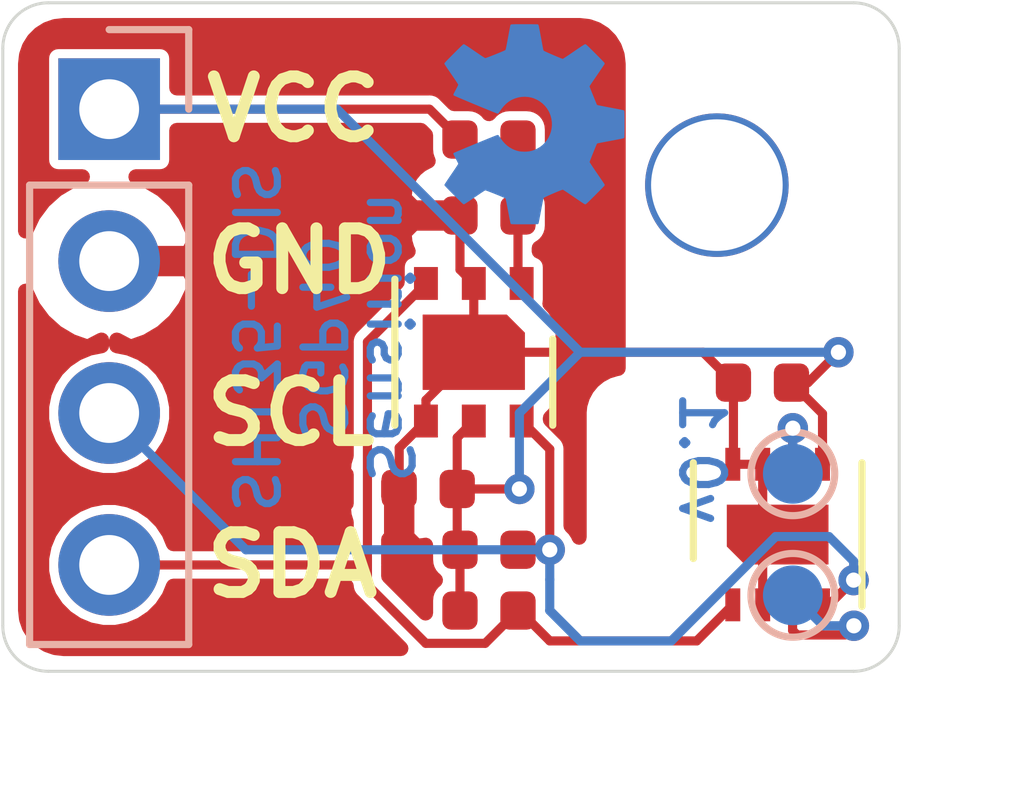
<source format=kicad_pcb>
(kicad_pcb (version 20171130) (host pcbnew 5.1.6)

  (general
    (thickness 1.6002)
    (drawings 14)
    (tracks 88)
    (zones 0)
    (modules 14)
    (nets 8)
  )

  (page A4)
  (title_block
    (title "SPG40 breakout")
    (date 2020-10-03)
    (rev 0.1)
    (comment 3 "License: BSD 2-Clause")
    (comment 4 "Author: Stefan Agner")
  )

  (layers
    (0 F.Cu signal)
    (31 B.Cu signal)
    (33 F.Adhes user)
    (35 F.Paste user)
    (36 B.SilkS user)
    (37 F.SilkS user)
    (38 B.Mask user)
    (39 F.Mask user)
    (40 Dwgs.User user)
    (41 Cmts.User user)
    (42 Eco1.User user)
    (43 Eco2.User user)
    (44 Edge.Cuts user)
    (45 Margin user)
    (46 B.CrtYd user)
    (47 F.CrtYd user)
    (49 F.Fab user)
  )

  (setup
    (last_trace_width 0.1524)
    (trace_clearance 0.1524)
    (zone_clearance 0.1524)
    (zone_45_only no)
    (trace_min 0.1524)
    (via_size 0.508)
    (via_drill 0.254)
    (via_min_size 0.508)
    (via_min_drill 0.254)
    (uvia_size 0.508)
    (uvia_drill 0.254)
    (uvias_allowed no)
    (uvia_min_size 0)
    (uvia_min_drill 0)
    (edge_width 0.05)
    (segment_width 0.2)
    (pcb_text_width 0.3)
    (pcb_text_size 1.5 1.5)
    (mod_edge_width 0.12)
    (mod_text_size 1 1)
    (mod_text_width 0.15)
    (pad_size 2.4 2.4)
    (pad_drill 2.2)
    (pad_to_mask_clearance 0.000051)
    (aux_axis_origin 0 0)
    (visible_elements FFFFEF7F)
    (pcbplotparams
      (layerselection 0x010fc_ffffffff)
      (usegerberextensions false)
      (usegerberattributes true)
      (usegerberadvancedattributes true)
      (creategerberjobfile true)
      (excludeedgelayer true)
      (linewidth 0.100000)
      (plotframeref false)
      (viasonmask false)
      (mode 1)
      (useauxorigin false)
      (hpglpennumber 1)
      (hpglpenspeed 20)
      (hpglpendiameter 15.000000)
      (psnegative false)
      (psa4output false)
      (plotreference true)
      (plotvalue true)
      (plotinvisibletext false)
      (padsonsilk false)
      (subtractmaskfromsilk false)
      (outputformat 1)
      (mirror false)
      (drillshape 1)
      (scaleselection 1)
      (outputdirectory ""))
  )

  (net 0 "")
  (net 1 GND)
  (net 2 "Net-(C1-Pad2)")
  (net 3 VCC)
  (net 4 SCL)
  (net 5 SDA)
  (net 6 "Net-(TP1-Pad1)")
  (net 7 "Net-(TP2-Pad1)")

  (net_class Default "This is the default net class."
    (clearance 0.1524)
    (trace_width 0.1524)
    (via_dia 0.508)
    (via_drill 0.254)
    (uvia_dia 0.508)
    (uvia_drill 0.254)
    (diff_pair_width 0.1524)
    (diff_pair_gap 0.1524)
    (add_net GND)
    (add_net "Net-(C1-Pad2)")
    (add_net "Net-(TP1-Pad1)")
    (add_net "Net-(TP2-Pad1)")
    (add_net SCL)
    (add_net SDA)
    (add_net VCC)
  )

  (module sgp40breakout:OSHW-Symbol_3.3x3mm_Copper (layer B.Cu) (tedit 0) (tstamp 5F7874C3)
    (at 132.842 76.454 90)
    (descr "Open Source Hardware Symbol")
    (tags "Logo Symbol OSHW")
    (attr virtual)
    (fp_text reference REF** (at 0 0 -90) (layer B.SilkS) hide
      (effects (font (size 1 1) (thickness 0.15)) (justify mirror))
    )
    (fp_text value OSHW-Symbol_3.3x3mm_Copper (at 0.75 0 -90) (layer B.Fab) hide
      (effects (font (size 1 1) (thickness 0.15)) (justify mirror))
    )
    (fp_poly (pts (xy 0.025852 1.499527) (xy 0.060681 1.499384) (xy 0.094199 1.499117) (xy 0.12563 1.498727)
      (xy 0.154193 1.49821) (xy 0.17911 1.497569) (xy 0.199602 1.496802) (xy 0.21489 1.495911)
      (xy 0.224196 1.494894) (xy 0.226648 1.494181) (xy 0.228282 1.491962) (xy 0.230212 1.48721)
      (xy 0.232539 1.479442) (xy 0.235366 1.468179) (xy 0.238796 1.452939) (xy 0.24293 1.433243)
      (xy 0.24787 1.408608) (xy 0.253718 1.378556) (xy 0.260576 1.342604) (xy 0.268547 1.300273)
      (xy 0.273859 1.271867) (xy 0.281171 1.232921) (xy 0.288195 1.19596) (xy 0.294805 1.161625)
      (xy 0.300873 1.130558) (xy 0.306271 1.103402) (xy 0.310871 1.080797) (xy 0.314546 1.063386)
      (xy 0.317168 1.051811) (xy 0.318611 1.046712) (xy 0.318636 1.046662) (xy 0.32374 1.03982)
      (xy 0.327471 1.037012) (xy 0.387317 1.012399) (xy 0.440529 0.990597) (xy 0.487158 0.971587)
      (xy 0.527253 0.955347) (xy 0.560864 0.941859) (xy 0.588043 0.931101) (xy 0.608839 0.923053)
      (xy 0.623302 0.917696) (xy 0.631483 0.91501) (xy 0.633259 0.914662) (xy 0.634915 0.914647)
      (xy 0.636575 0.914799) (xy 0.63868 0.915406) (xy 0.641672 0.916759) (xy 0.645992 0.919148)
      (xy 0.652081 0.922863) (xy 0.66038 0.928196) (xy 0.671332 0.935435) (xy 0.685376 0.944872)
      (xy 0.702954 0.956796) (xy 0.724508 0.971498) (xy 0.750479 0.989269) (xy 0.781308 1.010398)
      (xy 0.817437 1.035175) (xy 0.840254 1.050826) (xy 0.870851 1.071788) (xy 0.899826 1.091593)
      (xy 0.926593 1.109845) (xy 0.950567 1.126145) (xy 0.971161 1.140097) (xy 0.98779 1.151303)
      (xy 0.999869 1.159366) (xy 1.006811 1.16389) (xy 1.008091 1.164658) (xy 1.015869 1.167036)
      (xy 1.024185 1.164695) (xy 1.026239 1.163653) (xy 1.030583 1.160163) (xy 1.039549 1.151989)
      (xy 1.052649 1.139606) (xy 1.069396 1.123489) (xy 1.089301 1.10411) (xy 1.111878 1.081945)
      (xy 1.13664 1.057467) (xy 1.163099 1.03115) (xy 1.185974 1.008275) (xy 1.217861 0.976277)
      (xy 1.244963 0.948982) (xy 1.267657 0.925988) (xy 1.286318 0.906891) (xy 1.30132 0.891287)
      (xy 1.31304 0.878773) (xy 1.321851 0.868946) (xy 1.32813 0.861402) (xy 1.332252 0.855738)
      (xy 1.334591 0.851551) (xy 1.335524 0.848437) (xy 1.335587 0.847412) (xy 1.334507 0.84346)
      (xy 1.331167 0.836565) (xy 1.325335 0.826372) (xy 1.316782 0.812524) (xy 1.305277 0.794667)
      (xy 1.290589 0.772445) (xy 1.272488 0.745501) (xy 1.250744 0.71348) (xy 1.225125 0.676027)
      (xy 1.214156 0.66005) (xy 1.192108 0.627861) (xy 1.171272 0.597252) (xy 1.152019 0.568779)
      (xy 1.134718 0.542999) (xy 1.11974 0.520467) (xy 1.107456 0.501742) (xy 1.098236 0.487379)
      (xy 1.092449 0.477936) (xy 1.09049 0.474129) (xy 1.090554 0.470302) (xy 1.092137 0.463537)
      (xy 1.09543 0.453346) (xy 1.100621 0.439244) (xy 1.1079 0.420742) (xy 1.117456 0.397354)
      (xy 1.129479 0.368594) (xy 1.144158 0.333974) (xy 1.154012 0.310906) (xy 1.168241 0.277905)
      (xy 1.181651 0.247269) (xy 1.193946 0.219646) (xy 1.204828 0.195684) (xy 1.214001 0.176031)
      (xy 1.221168 0.161335) (xy 1.226032 0.152244) (xy 1.227881 0.149587) (xy 1.233172 0.146205)
      (xy 1.24219 0.142832) (xy 1.255843 0.139222) (xy 1.275037 0.135129) (xy 1.29577 0.131201)
      (xy 1.355637 0.120226) (xy 1.41094 0.110024) (xy 1.461408 0.100646) (xy 1.506772 0.092142)
      (xy 1.546762 0.084566) (xy 1.581107 0.077969) (xy 1.609539 0.072402) (xy 1.631787 0.067916)
      (xy 1.647582 0.064565) (xy 1.656653 0.062399) (xy 1.658716 0.061711) (xy 1.665262 0.055985)
      (xy 1.667378 0.052434) (xy 1.667781 0.047837) (xy 1.668161 0.036632) (xy 1.668511 0.019469)
      (xy 1.668825 -0.003) (xy 1.669096 -0.030125) (xy 1.669317 -0.061255) (xy 1.669483 -0.095739)
      (xy 1.669586 -0.132926) (xy 1.66962 -0.170629) (xy 1.669622 -0.216578) (xy 1.6696 -0.255812)
      (xy 1.669514 -0.288874) (xy 1.669323 -0.316306) (xy 1.668986 -0.338653) (xy 1.668462 -0.356458)
      (xy 1.667711 -0.370265) (xy 1.666692 -0.380616) (xy 1.665364 -0.388056) (xy 1.663686 -0.393128)
      (xy 1.661618 -0.396375) (xy 1.659118 -0.39834) (xy 1.656147 -0.399568) (xy 1.652662 -0.400601)
      (xy 1.652358 -0.400692) (xy 1.647692 -0.401691) (xy 1.636554 -0.403877) (xy 1.619608 -0.407123)
      (xy 1.597522 -0.411304) (xy 1.570962 -0.416296) (xy 1.540595 -0.421972) (xy 1.507086 -0.428207)
      (xy 1.471102 -0.434876) (xy 1.446399 -0.439441) (xy 1.402024 -0.447664) (xy 1.364282 -0.454741)
      (xy 1.332655 -0.460784) (xy 1.306629 -0.465901) (xy 1.285684 -0.470203) (xy 1.269304 -0.473799)
      (xy 1.256973 -0.4768) (xy 1.248174 -0.479315) (xy 1.242389 -0.481454) (xy 1.239102 -0.483328)
      (xy 1.238787 -0.483598) (xy 1.235707 -0.488544) (xy 1.230373 -0.499456) (xy 1.223114 -0.515517)
      (xy 1.214256 -0.535908) (xy 1.20413 -0.559813) (xy 1.193063 -0.586414) (xy 1.181384 -0.614892)
      (xy 1.169421 -0.64443) (xy 1.157503 -0.67421) (xy 1.145957 -0.703415) (xy 1.135114 -0.731226)
      (xy 1.1253 -0.756827) (xy 1.116844 -0.779398) (xy 1.110075 -0.798123) (xy 1.105321 -0.812184)
      (xy 1.10291 -0.820762) (xy 1.102676 -0.822511) (xy 1.103501 -0.826238) (xy 1.106155 -0.832251)
      (xy 1.110905 -0.840966) (xy 1.118018 -0.852799) (xy 1.127763 -0.868165) (xy 1.140405 -0.887479)
      (xy 1.156213 -0.911157) (xy 1.175453 -0.939615) (xy 1.198393 -0.973268) (xy 1.219185 -1.003622)
      (xy 1.247786 -1.045457) (xy 1.272219 -1.08152) (xy 1.292562 -1.111931) (xy 1.308892 -1.136806)
      (xy 1.321285 -1.156264) (xy 1.329818 -1.170424) (xy 1.334568 -1.179403) (xy 1.335696 -1.182898)
      (xy 1.334819 -1.185801) (xy 1.331965 -1.190387) (xy 1.326794 -1.197013) (xy 1.31897 -1.206038)
      (xy 1.308154 -1.21782) (xy 1.294009 -1.232718) (xy 1.276197 -1.25109) (xy 1.25438 -1.273295)
      (xy 1.22822 -1.29969) (xy 1.19738 -1.330633) (xy 1.180514 -1.347508) (xy 1.144517 -1.3834)
      (xy 1.113381 -1.414228) (xy 1.086933 -1.44016) (xy 1.064997 -1.461361) (xy 1.047401 -1.477996)
      (xy 1.03397 -1.490231) (xy 1.024529 -1.498232) (xy 1.018905 -1.502165) (xy 1.017457 -1.502658)
      (xy 1.015637 -1.502543) (xy 1.013435 -1.502011) (xy 1.010423 -1.500778) (xy 1.00617 -1.498561)
      (xy 1.000249 -1.495077) (xy 0.992229 -1.490044) (xy 0.981681 -1.483178) (xy 0.968177 -1.474197)
      (xy 0.951286 -1.462816) (xy 0.93058 -1.448755) (xy 0.905629 -1.431728) (xy 0.876004 -1.411455)
      (xy 0.841276 -1.38765) (xy 0.801016 -1.360033) (xy 0.798844 -1.358542) (xy 0.771484 -1.339883)
      (xy 0.74578 -1.322568) (xy 0.722388 -1.307024) (xy 0.70196 -1.293676) (xy 0.685151 -1.282947)
      (xy 0.672616 -1.275263) (xy 0.665007 -1.271049) (xy 0.663107 -1.270363) (xy 0.657945 -1.272015)
      (xy 0.647402 -1.276647) (xy 0.632479 -1.283776) (xy 0.614174 -1.292917) (xy 0.593485 -1.303586)
      (xy 0.581111 -1.310111) (xy 0.559585 -1.321515) (xy 0.539985 -1.331828) (xy 0.523292 -1.340538)
      (xy 0.510485 -1.347137) (xy 0.502545 -1.351114) (xy 0.500577 -1.352011) (xy 0.493787 -1.351439)
      (xy 0.487302 -1.347651) (xy 0.484931 -1.343479) (xy 0.480045 -1.333121) (xy 0.472866 -1.317111)
      (xy 0.463616 -1.295986) (xy 0.452518 -1.270282) (xy 0.439795 -1.240535) (xy 0.425669 -1.20728)
      (xy 0.410363 -1.171054) (xy 0.394098 -1.132392) (xy 0.377099 -1.091831) (xy 0.359586 -1.049906)
      (xy 0.341783 -1.007153) (xy 0.323912 -0.964109) (xy 0.306196 -0.921309) (xy 0.288857 -0.879289)
      (xy 0.272118 -0.838585) (xy 0.256201 -0.799734) (xy 0.241328 -0.76327) (xy 0.227723 -0.729731)
      (xy 0.215608 -0.699651) (xy 0.205205 -0.673567) (xy 0.196737 -0.652015) (xy 0.190426 -0.635531)
      (xy 0.186495 -0.624651) (xy 0.185165 -0.619929) (xy 0.185791 -0.613195) (xy 0.188378 -0.607681)
      (xy 0.194148 -0.602031) (xy 0.204322 -0.594892) (xy 0.212332 -0.589779) (xy 0.263966 -0.554544)
      (xy 0.308893 -0.517898) (xy 0.347607 -0.479326) (xy 0.380603 -0.438315) (xy 0.408378 -0.394354)
      (xy 0.417309 -0.377479) (xy 0.439229 -0.326154) (xy 0.454771 -0.272371) (xy 0.463874 -0.217045)
      (xy 0.466482 -0.161092) (xy 0.462535 -0.105426) (xy 0.451976 -0.050962) (xy 0.440485 -0.01367)
      (xy 0.417906 0.038805) (xy 0.389288 0.087904) (xy 0.35515 0.133051) (xy 0.31601 0.173674)
      (xy 0.272388 0.209198) (xy 0.224801 0.239049) (xy 0.201518 0.250813) (xy 0.148277 0.271953)
      (xy 0.094043 0.286249) (xy 0.039365 0.293887) (xy -0.015209 0.295051) (xy -0.069128 0.289926)
      (xy -0.121846 0.278696) (xy -0.172811 0.261547) (xy -0.221477 0.238661) (xy -0.267293 0.210226)
      (xy -0.309711 0.176424) (xy -0.348181 0.13744) (xy -0.382155 0.09346) (xy -0.411018 0.044798)
      (xy -0.43153 0.000289) (xy -0.446415 -0.043039) (xy -0.456139 -0.087152) (xy -0.461168 -0.134012)
      (xy -0.462144 -0.170591) (xy -0.460109 -0.219623) (xy -0.453864 -0.264464) (xy -0.44294 -0.307147)
      (xy -0.426868 -0.349702) (xy -0.414813 -0.375508) (xy -0.390255 -0.418998) (xy -0.361148 -0.459431)
      (xy -0.326905 -0.497415) (xy -0.28694 -0.533558) (xy -0.240669 -0.56847) (xy -0.208703 -0.589671)
      (xy -0.195559 -0.598285) (xy -0.187491 -0.604626) (xy -0.183281 -0.610041) (xy -0.181713 -0.615878)
      (xy -0.181536 -0.619759) (xy -0.182893 -0.624196) (xy -0.186833 -0.634793) (xy -0.193135 -0.651016)
      (xy -0.201578 -0.672328) (xy -0.21194 -0.698195) (xy -0.224002 -0.728081) (xy -0.237541 -0.76145)
      (xy -0.252336 -0.797768) (xy -0.268168 -0.836498) (xy -0.284814 -0.877106) (xy -0.302054 -0.919055)
      (xy -0.319666 -0.961812) (xy -0.33743 -1.00484) (xy -0.355124 -1.047603) (xy -0.372527 -1.089568)
      (xy -0.38942 -1.130197) (xy -0.405579 -1.168957) (xy -0.420785 -1.205311) (xy -0.434816 -1.238723)
      (xy -0.447452 -1.26866) (xy -0.458471 -1.294585) (xy -0.467652 -1.315963) (xy -0.474774 -1.332258)
      (xy -0.479617 -1.342936) (xy -0.481959 -1.34746) (xy -0.481985 -1.347492) (xy -0.487791 -1.352518)
      (xy -0.491202 -1.353844) (xy -0.495316 -1.352207) (xy -0.50491 -1.347607) (xy -0.519065 -1.340508)
      (xy -0.536863 -1.331376) (xy -0.557385 -1.320676) (xy -0.573632 -1.312103) (xy -0.595791 -1.300506)
      (xy -0.616133 -1.290147) (xy -0.633687 -1.281497) (xy -0.647486 -1.275027) (xy -0.656559 -1.271207)
      (xy -0.659601 -1.270363) (xy -0.663864 -1.272369) (xy -0.673532 -1.278142) (xy -0.688044 -1.287311)
      (xy -0.706838 -1.299509) (xy -0.729354 -1.314364) (xy -0.755031 -1.331508) (xy -0.783307 -1.350571)
      (xy -0.813621 -1.371185) (xy -0.836004 -1.38651) (xy -0.87154 -1.41081) (xy -0.904052 -1.432842)
      (xy -0.933135 -1.45234) (xy -0.958386 -1.469041) (xy -0.9794 -1.482679) (xy -0.995771 -1.49299)
      (xy -1.007097 -1.499709) (xy -1.012971 -1.502571) (xy -1.013463 -1.502658) (xy -1.016834 -1.501147)
      (xy -1.023124 -1.496451) (xy -1.032596 -1.48832) (xy -1.045511 -1.476508) (xy -1.062129 -1.460764)
      (xy -1.082712 -1.440843) (xy -1.107522 -1.416494) (xy -1.13682 -1.387471) (xy -1.170867 -1.353525)
      (xy -1.176917 -1.347476) (xy -1.209985 -1.314351) (xy -1.238222 -1.285946) (xy -1.261972 -1.261892)
      (xy -1.281582 -1.241822) (xy -1.297398 -1.225368) (xy -1.309766 -1.212162) (xy -1.319033 -1.201837)
      (xy -1.325544 -1.194025) (xy -1.329645 -1.188357) (xy -1.331683 -1.184467) (xy -1.332067 -1.182598)
      (xy -1.330452 -1.177914) (xy -1.325521 -1.168741) (xy -1.317147 -1.154881) (xy -1.305199 -1.136137)
      (xy -1.289551 -1.11231) (xy -1.270072 -1.083202) (xy -1.246635 -1.048615) (xy -1.219111 -1.008351)
      (xy -1.215556 -1.003171) (xy -1.189389 -0.964967) (xy -1.167144 -0.932292) (xy -1.148562 -0.904743)
      (xy -1.133381 -0.881915) (xy -1.121341 -0.863405) (xy -1.112183 -0.848808) (xy -1.105645 -0.83772)
      (xy -1.101469 -0.829738) (xy -1.099393 -0.824458) (xy -1.099046 -0.822329) (xy -1.100396 -0.816284)
      (xy -1.104225 -0.804414) (xy -1.110206 -0.787538) (xy -1.118008 -0.766474) (xy -1.127305 -0.74204)
      (xy -1.137767 -0.715053) (xy -1.149066 -0.686332) (xy -1.160873 -0.656694) (xy -1.172859 -0.626959)
      (xy -1.184696 -0.597943) (xy -1.196055 -0.570465) (xy -1.206608 -0.545342) (xy -1.216027 -0.523393)
      (xy -1.223981 -0.505436) (xy -1.230143 -0.492289) (xy -1.234185 -0.48477) (xy -1.235157 -0.483499)
      (xy -1.238011 -0.48167) (xy -1.243144 -0.479613) (xy -1.251074 -0.477217) (xy -1.26232 -0.474372)
      (xy -1.277398 -0.470968) (xy -1.296826 -0.466894) (xy -1.321122 -0.462039) (xy -1.350802 -0.456293)
      (xy -1.386385 -0.449545) (xy -1.428388 -0.441685) (xy -1.447397 -0.43815) (xy -1.494151 -0.429418)
      (xy -1.534152 -0.421835) (xy -1.567799 -0.415318) (xy -1.595493 -0.409781) (xy -1.617632 -0.405142)
      (xy -1.634618 -0.401316) (xy -1.646849 -0.398219) (xy -1.654727 -0.395766) (xy -1.65865 -0.393875)
      (xy -1.658821 -0.393731) (xy -1.660312 -0.392194) (xy -1.66158 -0.390122) (xy -1.662644 -0.386956)
      (xy -1.663521 -0.382136) (xy -1.66423 -0.375106) (xy -1.664789 -0.365306) (xy -1.665215 -0.352178)
      (xy -1.665526 -0.335164) (xy -1.665741 -0.313704) (xy -1.665877 -0.287242) (xy -1.665952 -0.255217)
      (xy -1.665984 -0.217073) (xy -1.66599 -0.17225) (xy -1.66599 -0.170326) (xy -1.665954 -0.131181)
      (xy -1.665848 -0.094113) (xy -1.66568 -0.059775) (xy -1.665457 -0.028817) (xy -1.665184 -0.00189)
      (xy -1.664868 0.020354) (xy -1.664516 0.037263) (xy -1.664135 0.048187) (xy -1.663749 0.052434)
      (xy -1.658744 0.059104) (xy -1.655245 0.061627) (xy -1.65061 0.062888) (xy -1.63949 0.065331)
      (xy -1.622538 0.068826) (xy -1.600407 0.073247) (xy -1.573753 0.078464) (xy -1.543229 0.08435)
      (xy -1.509488 0.090775) (xy -1.473186 0.097613) (xy -1.442432 0.103351) (xy -1.394011 0.112405)
      (xy -1.35243 0.12031) (xy -1.317371 0.127132) (xy -1.288518 0.132938) (xy -1.265553 0.137793)
      (xy -1.248159 0.141765) (xy -1.236018 0.144919) (xy -1.228815 0.147321) (xy -1.226808 0.148371)
      (xy -1.223139 0.153333) (xy -1.217136 0.164178) (xy -1.209154 0.180083) (xy -1.199548 0.200223)
      (xy -1.188673 0.223774) (xy -1.176884 0.249912) (xy -1.164538 0.277814) (xy -1.151988 0.306655)
      (xy -1.139591 0.335612) (xy -1.127701 0.363859) (xy -1.116674 0.390575) (xy -1.106865 0.414933)
      (xy -1.09863 0.436112) (xy -1.092323 0.453285) (xy -1.0883 0.46563) (xy -1.086915 0.472323)
      (xy -1.086952 0.472757) (xy -1.089283 0.477499) (xy -1.095384 0.487647) (xy -1.104886 0.502644)
      (xy -1.11742 0.521932) (xy -1.132618 0.544952) (xy -1.150112 0.571146) (xy -1.169535 0.599957)
      (xy -1.190516 0.630826) (xy -1.210275 0.659682) (xy -1.237478 0.699366) (xy -1.260717 0.73348)
      (xy -1.280225 0.762379) (xy -1.296229 0.78642) (xy -1.308963 0.805956) (xy -1.318654 0.821344)
      (xy -1.325535 0.832939) (xy -1.329835 0.841097) (xy -1.331784 0.846172) (xy -1.331958 0.847413)
      (xy -1.331479 0.8502) (xy -1.329747 0.853901) (xy -1.326387 0.858916) (xy -1.321027 0.865646)
      (xy -1.313294 0.874492) (xy -1.302816 0.885854) (xy -1.289218 0.900133) (xy -1.272129 0.91773)
      (xy -1.251175 0.939046) (xy -1.225984 0.96448) (xy -1.196183 0.994435) (xy -1.18053 1.010136)
      (xy -1.152941 1.037716) (xy -1.126699 1.063793) (xy -1.10228 1.087902) (xy -1.080162 1.109581)
      (xy -1.060819 1.128368) (xy -1.044728 1.143799) (xy -1.032366 1.155413) (xy -1.024208 1.162746)
      (xy -1.020859 1.165301) (xy -1.012242 1.167031) (xy -1.007211 1.166415) (xy -1.003303 1.164031)
      (xy -0.993948 1.157894) (xy -0.979682 1.148366) (xy -0.961038 1.135807) (xy -0.93855 1.120581)
      (xy -0.912753 1.103048) (xy -0.88418 1.08357) (xy -0.853366 1.062509) (xy -0.820845 1.040227)
      (xy -0.819757 1.03948) (xy -0.784266 1.015223) (xy -0.751329 0.99289) (xy -0.72139 0.972773)
      (xy -0.69489 0.955163) (xy -0.672273 0.94035) (xy -0.65398 0.928624) (xy -0.640455 0.920277)
      (xy -0.632139 0.915599) (xy -0.62969 0.914662) (xy -0.62508 0.915989) (xy -0.614602 0.919744)
      (xy -0.599101 0.925588) (xy -0.57942 0.933183) (xy -0.556405 0.94219) (xy -0.530897 0.95227)
      (xy -0.503743 0.963084) (xy -0.475785 0.974293) (xy -0.447867 0.985559) (xy -0.420834 0.996543)
      (xy -0.395529 1.006906) (xy -0.372797 1.016309) (xy -0.353481 1.024414) (xy -0.338425 1.030881)
      (xy -0.328474 1.035372) (xy -0.326242 1.036472) (xy -0.318293 1.042229) (xy -0.313911 1.047915)
      (xy -0.312768 1.052562) (xy -0.310425 1.063709) (xy -0.307004 1.080721) (xy -0.30263 1.102959)
      (xy -0.297425 1.129788) (xy -0.291514 1.160571) (xy -0.28502 1.194671) (xy -0.278065 1.231451)
      (xy -0.270775 1.270275) (xy -0.270488 1.271808) (xy -0.261806 1.318045) (xy -0.254302 1.357623)
      (xy -0.247871 1.391028) (xy -0.24241 1.418746) (xy -0.237815 1.441263) (xy -0.233983 1.459066)
      (xy -0.23081 1.472641) (xy -0.228191 1.482473) (xy -0.226025 1.489049) (xy -0.224207 1.492856)
      (xy -0.2231 1.494122) (xy -0.218015 1.49522) (xy -0.20645 1.496194) (xy -0.189185 1.497045)
      (xy -0.166999 1.497772) (xy -0.14067 1.498375) (xy -0.110978 1.498854) (xy -0.0787 1.499208)
      (xy -0.044617 1.499438) (xy -0.009506 1.499545) (xy 0.025852 1.499527)) (layer B.Cu) (width 0.01))
  )

  (module sgp40breakout:Sensirion_DFN-8-1EP_2.5x2.5mm_P0.5mm_EP1.1x1.7mm (layer F.Cu) (tedit 5F77B4A8) (tstamp 5F780E39)
    (at 136.906 83.312 90)
    (descr "Sensirion DFN-8 SHT3x-DIS (https://www.sensirion.com/fileadmin/user_upload/customers/sensirion/Dokumente/2_Humidity_Sensors/Datasheets/Sensirion_Humidity_Sensors_SHT3x_Datasheet_digital.pdf)")
    (tags "sensirion dfn nolead")
    (path /5F770C8C)
    (attr smd)
    (fp_text reference U2 (at 0 -2.25 90) (layer F.SilkS) hide
      (effects (font (size 1 1) (thickness 0.15)))
    )
    (fp_text value SHT35-DIS (at 0 2.5 90) (layer F.Fab)
      (effects (font (size 1 1) (thickness 0.15)))
    )
    (fp_line (start -0.4 -1.41) (end 1.2 -1.41) (layer F.SilkS) (width 0.12))
    (fp_line (start -1.2 1.41) (end 1.2 1.41) (layer F.SilkS) (width 0.12))
    (fp_line (start -1.7 1.5) (end 1.7 1.5) (layer F.CrtYd) (width 0.05))
    (fp_line (start -1.7 -1.5) (end 1.7 -1.5) (layer F.CrtYd) (width 0.05))
    (fp_line (start 1.7 -1.5) (end 1.7 1.5) (layer F.CrtYd) (width 0.05))
    (fp_line (start -1.7 -1.5) (end -1.7 1.5) (layer F.CrtYd) (width 0.05))
    (fp_line (start -1.25 -0.75) (end -0.75 -1.25) (layer F.Fab) (width 0.1))
    (fp_line (start -1.25 1.25) (end -1.25 -0.75) (layer F.Fab) (width 0.1))
    (fp_line (start 1.25 1.25) (end -1.25 1.25) (layer F.Fab) (width 0.1))
    (fp_line (start 1.25 -1.25) (end 1.25 1.25) (layer F.Fab) (width 0.1))
    (fp_line (start -0.75 -1.25) (end 1.25 -1.25) (layer F.Fab) (width 0.1))
    (fp_text user %R (at 0 0 90) (layer F.Fab)
      (effects (font (size 0.4 0.4) (thickness 0.06)))
    )
    (pad 1 smd rect (at -1.175 -0.75 90) (size 0.55 0.25) (layers F.Cu F.Paste F.Mask)
      (net 5 SDA))
    (pad 2 smd rect (at -1.175 -0.25 90) (size 0.55 0.25) (layers F.Cu F.Paste F.Mask)
      (net 1 GND))
    (pad 3 smd rect (at -1.175 0.25 90) (size 0.55 0.25) (layers F.Cu F.Paste F.Mask)
      (net 7 "Net-(TP2-Pad1)"))
    (pad 4 smd rect (at -1.175 0.75 270) (size 0.55 0.25) (layers F.Cu F.Paste F.Mask)
      (net 4 SCL))
    (pad 5 smd rect (at 1.175 0.75 90) (size 0.55 0.25) (layers F.Cu F.Paste F.Mask)
      (net 3 VCC))
    (pad 6 smd rect (at 1.175 0.25 90) (size 0.55 0.25) (layers F.Cu F.Paste F.Mask)
      (net 6 "Net-(TP1-Pad1)"))
    (pad 7 smd rect (at 1.175 -0.25 90) (size 0.55 0.25) (layers F.Cu F.Paste F.Mask)
      (net 1 GND))
    (pad 8 smd rect (at 1.175 -0.75 90) (size 0.55 0.25) (layers F.Cu F.Paste F.Mask)
      (net 1 GND))
    (pad 9 smd custom (at 0 0 90) (size 1 1) (layers F.Cu F.Mask)
      (net 1 GND) (zone_connect 0)
      (options (clearance outline) (anchor circle))
      (primitives
        (gr_poly (pts
           (xy 0.5 0.85) (xy -0.5 0.85) (xy -0.5 -0.55) (xy -0.2 -0.85) (xy 0.5 -0.85)
) (width 0))
      ))
    (pad "" smd custom (at 0 0 90) (size 0.9 0.9) (layers F.Paste)
      (zone_connect 0)
      (options (clearance outline) (anchor rect))
      (primitives
        (gr_poly (pts
           (xy 0.45 0.8) (xy -0.45 0.8) (xy -0.45 -0.53) (xy -0.18 -0.8) (xy 0.45 -0.8)
) (width 0))
      ))
    (model ${KISYS3DMOD}/Sensor_Humidity.3dshapes/Sensirion_DFN-8-1EP_2.5x2.5mm_P0.5mm_EP1.1x1.7mm.wrl
      (at (xyz 0 0 0))
      (scale (xyz 1 1 1))
      (rotate (xyz 0 0 0))
    )
  )

  (module sgp40breakout:DrillSlot_4mm (layer F.Cu) (tedit 5F779B58) (tstamp 5F788856)
    (at 134.366 82.804)
    (fp_text reference REF** (at 0 0.5) (layer F.SilkS) hide
      (effects (font (size 1 1) (thickness 0.15)))
    )
    (fp_text value DrillSlot_4mm (at 0 -0.5) (layer F.Fab) hide
      (effects (font (size 1 1) (thickness 0.15)))
    )
    (pad "" np_thru_hole oval (at 0 0 180) (size 1 4) (drill oval 1 4) (layers *.Cu *.Mask))
  )

  (module Connector_PinHeader_2.54mm:PinHeader_1x04_P2.54mm_Vertical (layer B.Cu) (tedit 59FED5CC) (tstamp 5F78240B)
    (at 125.73 76.2 180)
    (descr "Through hole straight pin header, 1x04, 2.54mm pitch, single row")
    (tags "Through hole pin header THT 1x04 2.54mm single row")
    (path /5F7622A1)
    (fp_text reference J1 (at 0 2.33) (layer B.SilkS) hide
      (effects (font (size 1 1) (thickness 0.15)) (justify mirror))
    )
    (fp_text value Conn_01x04_Male (at 0 -9.95) (layer B.Fab)
      (effects (font (size 1 1) (thickness 0.15)) (justify mirror))
    )
    (fp_line (start 1.8 1.8) (end -1.8 1.8) (layer B.CrtYd) (width 0.05))
    (fp_line (start 1.8 -9.4) (end 1.8 1.8) (layer B.CrtYd) (width 0.05))
    (fp_line (start -1.8 -9.4) (end 1.8 -9.4) (layer B.CrtYd) (width 0.05))
    (fp_line (start -1.8 1.8) (end -1.8 -9.4) (layer B.CrtYd) (width 0.05))
    (fp_line (start -1.33 1.33) (end 0 1.33) (layer B.SilkS) (width 0.12))
    (fp_line (start -1.33 0) (end -1.33 1.33) (layer B.SilkS) (width 0.12))
    (fp_line (start -1.33 -1.27) (end 1.33 -1.27) (layer B.SilkS) (width 0.12))
    (fp_line (start 1.33 -1.27) (end 1.33 -8.95) (layer B.SilkS) (width 0.12))
    (fp_line (start -1.33 -1.27) (end -1.33 -8.95) (layer B.SilkS) (width 0.12))
    (fp_line (start -1.33 -8.95) (end 1.33 -8.95) (layer B.SilkS) (width 0.12))
    (fp_line (start -1.27 0.635) (end -0.635 1.27) (layer B.Fab) (width 0.1))
    (fp_line (start -1.27 -8.89) (end -1.27 0.635) (layer B.Fab) (width 0.1))
    (fp_line (start 1.27 -8.89) (end -1.27 -8.89) (layer B.Fab) (width 0.1))
    (fp_line (start 1.27 1.27) (end 1.27 -8.89) (layer B.Fab) (width 0.1))
    (fp_line (start -0.635 1.27) (end 1.27 1.27) (layer B.Fab) (width 0.1))
    (fp_text user %R (at 0 -3.81 -90) (layer B.Fab)
      (effects (font (size 1 1) (thickness 0.15)) (justify mirror))
    )
    (pad 1 thru_hole rect (at 0 0 180) (size 1.7 1.7) (drill 1) (layers *.Cu *.Mask)
      (net 3 VCC))
    (pad 2 thru_hole oval (at 0 -2.54 180) (size 1.7 1.7) (drill 1) (layers *.Cu *.Mask)
      (net 1 GND))
    (pad 3 thru_hole oval (at 0 -5.08 180) (size 1.7 1.7) (drill 1) (layers *.Cu *.Mask)
      (net 4 SCL))
    (pad 4 thru_hole oval (at 0 -7.62 180) (size 1.7 1.7) (drill 1) (layers *.Cu *.Mask)
      (net 5 SDA))
    (model ${KISYS3DMOD}/Connector_PinHeader_2.54mm.3dshapes/PinHeader_1x04_P2.54mm_Vertical.wrl
      (at (xyz 0 0 0))
      (scale (xyz 1 1 1))
      (rotate (xyz 0 0 0))
    )
  )

  (module TestPoint:TestPoint_Pad_D1.0mm (layer B.Cu) (tedit 5A0F774F) (tstamp 5F784379)
    (at 137.16 84.328)
    (descr "SMD pad as test Point, diameter 1.0mm")
    (tags "test point SMD pad")
    (path /5F806569)
    (attr virtual)
    (fp_text reference TP2 (at 0 1.448) (layer B.SilkS) hide
      (effects (font (size 1 1) (thickness 0.15)) (justify mirror))
    )
    (fp_text value TestPoint (at 0 -1.55) (layer B.Fab)
      (effects (font (size 1 1) (thickness 0.15)) (justify mirror))
    )
    (fp_circle (center 0 0) (end 0 -0.7) (layer B.SilkS) (width 0.12))
    (fp_circle (center 0 0) (end 1 0) (layer B.CrtYd) (width 0.05))
    (fp_text user %R (at 0 1.45) (layer B.Fab)
      (effects (font (size 1 1) (thickness 0.15)) (justify mirror))
    )
    (pad 1 smd circle (at 0 0) (size 1 1) (layers B.Cu B.Mask)
      (net 7 "Net-(TP2-Pad1)"))
  )

  (module TestPoint:TestPoint_Pad_D1.0mm (layer B.Cu) (tedit 5A0F774F) (tstamp 5F784371)
    (at 137.16 82.296)
    (descr "SMD pad as test Point, diameter 1.0mm")
    (tags "test point SMD pad")
    (path /5F8089F8)
    (attr virtual)
    (fp_text reference TP1 (at 0 1.448) (layer B.SilkS) hide
      (effects (font (size 1 1) (thickness 0.15)) (justify mirror))
    )
    (fp_text value TestPoint (at 0 -1.55) (layer B.Fab)
      (effects (font (size 1 1) (thickness 0.15)) (justify mirror))
    )
    (fp_circle (center 0 0) (end 0 -0.7) (layer B.SilkS) (width 0.12))
    (fp_circle (center 0 0) (end 1 0) (layer B.CrtYd) (width 0.05))
    (fp_text user %R (at 0 1.45) (layer B.Fab)
      (effects (font (size 1 1) (thickness 0.15)) (justify mirror))
    )
    (pad 1 smd circle (at 0 0) (size 1 1) (layers B.Cu B.Mask)
      (net 6 "Net-(TP1-Pad1)"))
  )

  (module Resistor_SMD:R_0402_1005Metric (layer F.Cu) (tedit 5B301BBD) (tstamp 5F783E23)
    (at 132.08 84.582)
    (descr "Resistor SMD 0402 (1005 Metric), square (rectangular) end terminal, IPC_7351 nominal, (Body size source: http://www.tortai-tech.com/upload/download/2011102023233369053.pdf), generated with kicad-footprint-generator")
    (tags resistor)
    (path /5F7A27DC)
    (attr smd)
    (fp_text reference R3 (at 0 -1.17) (layer F.SilkS) hide
      (effects (font (size 1 1) (thickness 0.15)))
    )
    (fp_text value 4.7kΩ (at 0 1.17) (layer F.Fab)
      (effects (font (size 1 1) (thickness 0.15)))
    )
    (fp_line (start 0.93 0.47) (end -0.93 0.47) (layer F.CrtYd) (width 0.05))
    (fp_line (start 0.93 -0.47) (end 0.93 0.47) (layer F.CrtYd) (width 0.05))
    (fp_line (start -0.93 -0.47) (end 0.93 -0.47) (layer F.CrtYd) (width 0.05))
    (fp_line (start -0.93 0.47) (end -0.93 -0.47) (layer F.CrtYd) (width 0.05))
    (fp_line (start 0.5 0.25) (end -0.5 0.25) (layer F.Fab) (width 0.1))
    (fp_line (start 0.5 -0.25) (end 0.5 0.25) (layer F.Fab) (width 0.1))
    (fp_line (start -0.5 -0.25) (end 0.5 -0.25) (layer F.Fab) (width 0.1))
    (fp_line (start -0.5 0.25) (end -0.5 -0.25) (layer F.Fab) (width 0.1))
    (fp_text user %R (at 0 0) (layer F.Fab)
      (effects (font (size 0.25 0.25) (thickness 0.04)))
    )
    (pad 2 smd roundrect (at 0.485 0) (size 0.59 0.64) (layers F.Cu F.Paste F.Mask) (roundrect_rratio 0.25)
      (net 5 SDA))
    (pad 1 smd roundrect (at -0.485 0) (size 0.59 0.64) (layers F.Cu F.Paste F.Mask) (roundrect_rratio 0.25)
      (net 3 VCC))
    (model ${KISYS3DMOD}/Resistor_SMD.3dshapes/R_0402_1005Metric.wrl
      (at (xyz 0 0 0))
      (scale (xyz 1 1 1))
      (rotate (xyz 0 0 0))
    )
  )

  (module Resistor_SMD:R_0402_1005Metric (layer F.Cu) (tedit 5B301BBD) (tstamp 5F782D42)
    (at 132.08 83.566)
    (descr "Resistor SMD 0402 (1005 Metric), square (rectangular) end terminal, IPC_7351 nominal, (Body size source: http://www.tortai-tech.com/upload/download/2011102023233369053.pdf), generated with kicad-footprint-generator")
    (tags resistor)
    (path /5F7A1CE7)
    (attr smd)
    (fp_text reference R2 (at 0 -1.17) (layer F.SilkS) hide
      (effects (font (size 1 1) (thickness 0.15)))
    )
    (fp_text value 4.7kΩ (at 0 1.17) (layer F.Fab)
      (effects (font (size 1 1) (thickness 0.15)))
    )
    (fp_line (start 0.93 0.47) (end -0.93 0.47) (layer F.CrtYd) (width 0.05))
    (fp_line (start 0.93 -0.47) (end 0.93 0.47) (layer F.CrtYd) (width 0.05))
    (fp_line (start -0.93 -0.47) (end 0.93 -0.47) (layer F.CrtYd) (width 0.05))
    (fp_line (start -0.93 0.47) (end -0.93 -0.47) (layer F.CrtYd) (width 0.05))
    (fp_line (start 0.5 0.25) (end -0.5 0.25) (layer F.Fab) (width 0.1))
    (fp_line (start 0.5 -0.25) (end 0.5 0.25) (layer F.Fab) (width 0.1))
    (fp_line (start -0.5 -0.25) (end 0.5 -0.25) (layer F.Fab) (width 0.1))
    (fp_line (start -0.5 0.25) (end -0.5 -0.25) (layer F.Fab) (width 0.1))
    (fp_text user %R (at 0 0) (layer F.Fab)
      (effects (font (size 0.25 0.25) (thickness 0.04)))
    )
    (pad 2 smd roundrect (at 0.485 0) (size 0.59 0.64) (layers F.Cu F.Paste F.Mask) (roundrect_rratio 0.25)
      (net 4 SCL))
    (pad 1 smd roundrect (at -0.485 0) (size 0.59 0.64) (layers F.Cu F.Paste F.Mask) (roundrect_rratio 0.25)
      (net 3 VCC))
    (model ${KISYS3DMOD}/Resistor_SMD.3dshapes/R_0402_1005Metric.wrl
      (at (xyz 0 0 0))
      (scale (xyz 1 1 1))
      (rotate (xyz 0 0 0))
    )
  )

  (module Resistor_SMD:R_0402_1005Metric (layer F.Cu) (tedit 5B301BBD) (tstamp 5F7824E6)
    (at 132.08 76.708)
    (descr "Resistor SMD 0402 (1005 Metric), square (rectangular) end terminal, IPC_7351 nominal, (Body size source: http://www.tortai-tech.com/upload/download/2011102023233369053.pdf), generated with kicad-footprint-generator")
    (tags resistor)
    (path /5F750446)
    (attr smd)
    (fp_text reference R1 (at 0 -1.17) (layer F.SilkS) hide
      (effects (font (size 1 1) (thickness 0.15)))
    )
    (fp_text value 4.7Ω (at 0 1.17) (layer F.Fab)
      (effects (font (size 1 1) (thickness 0.15)))
    )
    (fp_line (start 0.93 0.47) (end -0.93 0.47) (layer F.CrtYd) (width 0.05))
    (fp_line (start 0.93 -0.47) (end 0.93 0.47) (layer F.CrtYd) (width 0.05))
    (fp_line (start -0.93 -0.47) (end 0.93 -0.47) (layer F.CrtYd) (width 0.05))
    (fp_line (start -0.93 0.47) (end -0.93 -0.47) (layer F.CrtYd) (width 0.05))
    (fp_line (start 0.5 0.25) (end -0.5 0.25) (layer F.Fab) (width 0.1))
    (fp_line (start 0.5 -0.25) (end 0.5 0.25) (layer F.Fab) (width 0.1))
    (fp_line (start -0.5 -0.25) (end 0.5 -0.25) (layer F.Fab) (width 0.1))
    (fp_line (start -0.5 0.25) (end -0.5 -0.25) (layer F.Fab) (width 0.1))
    (fp_text user %R (at 0 0) (layer F.Fab)
      (effects (font (size 0.25 0.25) (thickness 0.04)))
    )
    (pad 2 smd roundrect (at 0.485 0) (size 0.59 0.64) (layers F.Cu F.Paste F.Mask) (roundrect_rratio 0.25)
      (net 2 "Net-(C1-Pad2)"))
    (pad 1 smd roundrect (at -0.485 0) (size 0.59 0.64) (layers F.Cu F.Paste F.Mask) (roundrect_rratio 0.25)
      (net 3 VCC))
    (model ${KISYS3DMOD}/Resistor_SMD.3dshapes/R_0402_1005Metric.wrl
      (at (xyz 0 0 0))
      (scale (xyz 1 1 1))
      (rotate (xyz 0 0 0))
    )
  )

  (module Capacitor_SMD:C_0402_1005Metric (layer F.Cu) (tedit 5B301BBE) (tstamp 5F782C9E)
    (at 136.652 80.772)
    (descr "Capacitor SMD 0402 (1005 Metric), square (rectangular) end terminal, IPC_7351 nominal, (Body size source: http://www.tortai-tech.com/upload/download/2011102023233369053.pdf), generated with kicad-footprint-generator")
    (tags capacitor)
    (path /5F7BA017)
    (attr smd)
    (fp_text reference C3 (at 0 -1.17) (layer F.SilkS) hide
      (effects (font (size 1 1) (thickness 0.15)))
    )
    (fp_text value 100nF (at 0 1.17) (layer F.Fab)
      (effects (font (size 1 1) (thickness 0.15)))
    )
    (fp_line (start 0.93 0.47) (end -0.93 0.47) (layer F.CrtYd) (width 0.05))
    (fp_line (start 0.93 -0.47) (end 0.93 0.47) (layer F.CrtYd) (width 0.05))
    (fp_line (start -0.93 -0.47) (end 0.93 -0.47) (layer F.CrtYd) (width 0.05))
    (fp_line (start -0.93 0.47) (end -0.93 -0.47) (layer F.CrtYd) (width 0.05))
    (fp_line (start 0.5 0.25) (end -0.5 0.25) (layer F.Fab) (width 0.1))
    (fp_line (start 0.5 -0.25) (end 0.5 0.25) (layer F.Fab) (width 0.1))
    (fp_line (start -0.5 -0.25) (end 0.5 -0.25) (layer F.Fab) (width 0.1))
    (fp_line (start -0.5 0.25) (end -0.5 -0.25) (layer F.Fab) (width 0.1))
    (fp_text user %R (at 0 0) (layer F.Fab)
      (effects (font (size 0.25 0.25) (thickness 0.04)))
    )
    (pad 2 smd roundrect (at 0.485 0) (size 0.59 0.64) (layers F.Cu F.Paste F.Mask) (roundrect_rratio 0.25)
      (net 3 VCC))
    (pad 1 smd roundrect (at -0.485 0) (size 0.59 0.64) (layers F.Cu F.Paste F.Mask) (roundrect_rratio 0.25)
      (net 1 GND))
    (model ${KISYS3DMOD}/Capacitor_SMD.3dshapes/C_0402_1005Metric.wrl
      (at (xyz 0 0 0))
      (scale (xyz 1 1 1))
      (rotate (xyz 0 0 0))
    )
  )

  (module Capacitor_SMD:C_0402_1005Metric (layer F.Cu) (tedit 5B301BBE) (tstamp 5F780DAD)
    (at 131.064 82.55)
    (descr "Capacitor SMD 0402 (1005 Metric), square (rectangular) end terminal, IPC_7351 nominal, (Body size source: http://www.tortai-tech.com/upload/download/2011102023233369053.pdf), generated with kicad-footprint-generator")
    (tags capacitor)
    (path /5F75A1A2)
    (attr smd)
    (fp_text reference C2 (at 0 -1.17) (layer F.SilkS) hide
      (effects (font (size 1 1) (thickness 0.15)))
    )
    (fp_text value 1µF (at 0 1.17) (layer F.Fab)
      (effects (font (size 1 1) (thickness 0.15)))
    )
    (fp_line (start 0.93 0.47) (end -0.93 0.47) (layer F.CrtYd) (width 0.05))
    (fp_line (start 0.93 -0.47) (end 0.93 0.47) (layer F.CrtYd) (width 0.05))
    (fp_line (start -0.93 -0.47) (end 0.93 -0.47) (layer F.CrtYd) (width 0.05))
    (fp_line (start -0.93 0.47) (end -0.93 -0.47) (layer F.CrtYd) (width 0.05))
    (fp_line (start 0.5 0.25) (end -0.5 0.25) (layer F.Fab) (width 0.1))
    (fp_line (start 0.5 -0.25) (end 0.5 0.25) (layer F.Fab) (width 0.1))
    (fp_line (start -0.5 -0.25) (end 0.5 -0.25) (layer F.Fab) (width 0.1))
    (fp_line (start -0.5 0.25) (end -0.5 -0.25) (layer F.Fab) (width 0.1))
    (fp_text user %R (at 0 0) (layer F.Fab)
      (effects (font (size 0.25 0.25) (thickness 0.04)))
    )
    (pad 2 smd roundrect (at 0.485 0) (size 0.59 0.64) (layers F.Cu F.Paste F.Mask) (roundrect_rratio 0.25)
      (net 3 VCC))
    (pad 1 smd roundrect (at -0.485 0) (size 0.59 0.64) (layers F.Cu F.Paste F.Mask) (roundrect_rratio 0.25)
      (net 1 GND))
    (model ${KISYS3DMOD}/Capacitor_SMD.3dshapes/C_0402_1005Metric.wrl
      (at (xyz 0 0 0))
      (scale (xyz 1 1 1))
      (rotate (xyz 0 0 0))
    )
  )

  (module Capacitor_SMD:C_0402_1005Metric (layer F.Cu) (tedit 5B301BBE) (tstamp 5F782C0B)
    (at 132.08 77.978)
    (descr "Capacitor SMD 0402 (1005 Metric), square (rectangular) end terminal, IPC_7351 nominal, (Body size source: http://www.tortai-tech.com/upload/download/2011102023233369053.pdf), generated with kicad-footprint-generator")
    (tags capacitor)
    (path /5F75944F)
    (attr smd)
    (fp_text reference C1 (at 0 -1.17) (layer F.SilkS) hide
      (effects (font (size 1 1) (thickness 0.15)))
    )
    (fp_text value 1µF (at 0 1.17) (layer F.Fab)
      (effects (font (size 1 1) (thickness 0.15)))
    )
    (fp_line (start 0.93 0.47) (end -0.93 0.47) (layer F.CrtYd) (width 0.05))
    (fp_line (start 0.93 -0.47) (end 0.93 0.47) (layer F.CrtYd) (width 0.05))
    (fp_line (start -0.93 -0.47) (end 0.93 -0.47) (layer F.CrtYd) (width 0.05))
    (fp_line (start -0.93 0.47) (end -0.93 -0.47) (layer F.CrtYd) (width 0.05))
    (fp_line (start 0.5 0.25) (end -0.5 0.25) (layer F.Fab) (width 0.1))
    (fp_line (start 0.5 -0.25) (end 0.5 0.25) (layer F.Fab) (width 0.1))
    (fp_line (start -0.5 -0.25) (end 0.5 -0.25) (layer F.Fab) (width 0.1))
    (fp_line (start -0.5 0.25) (end -0.5 -0.25) (layer F.Fab) (width 0.1))
    (fp_text user %R (at 0 0) (layer F.Fab)
      (effects (font (size 0.25 0.25) (thickness 0.04)))
    )
    (pad 2 smd roundrect (at 0.485 0) (size 0.59 0.64) (layers F.Cu F.Paste F.Mask) (roundrect_rratio 0.25)
      (net 2 "Net-(C1-Pad2)"))
    (pad 1 smd roundrect (at -0.485 0) (size 0.59 0.64) (layers F.Cu F.Paste F.Mask) (roundrect_rratio 0.25)
      (net 1 GND))
    (model ${KISYS3DMOD}/Capacitor_SMD.3dshapes/C_0402_1005Metric.wrl
      (at (xyz 0 0 0))
      (scale (xyz 1 1 1))
      (rotate (xyz 0 0 0))
    )
  )

  (module MountingHole:MountingHole_2.2mm_M2_Pad (layer F.Cu) (tedit 5F77C31B) (tstamp 5F783300)
    (at 135.89 77.47)
    (descr "Mounting Hole 2.2mm, M2")
    (tags "mounting hole 2.2mm m2")
    (path /5F7EEBAC)
    (attr virtual)
    (fp_text reference H1 (at 0 -3.2) (layer F.SilkS) hide
      (effects (font (size 1 1) (thickness 0.15)))
    )
    (fp_text value MountingHole (at 0 3.2) (layer F.Fab)
      (effects (font (size 1 1) (thickness 0.15)))
    )
    (fp_circle (center 0 0) (end 2.45 0) (layer F.CrtYd) (width 0.05))
    (fp_circle (center 0 0) (end 2.2 0) (layer Cmts.User) (width 0.15))
    (fp_text user %R (at 0.3 0) (layer F.Fab)
      (effects (font (size 1 1) (thickness 0.15)))
    )
    (pad 1 thru_hole circle (at 0 0) (size 2.4 2.4) (drill 2.2) (layers *.Cu *.Mask))
  )

  (module sgp40breakout:Sensirion_DFN-6-1EP_2.44x2.44mm_P0.8mm (layer F.Cu) (tedit 5F777505) (tstamp 5F7836F6)
    (at 131.826 80.264 270)
    (path /5F750832)
    (fp_text reference U1 (at 0 -2.5 90) (layer F.SilkS) hide
      (effects (font (size 1 1) (thickness 0.15)))
    )
    (fp_text value SGP40 (at 0 2.5 90) (layer F.Fab)
      (effects (font (size 1 1) (thickness 0.15)))
    )
    (fp_line (start -1.22 1.22) (end 1.22 1.22) (layer F.Fab) (width 0.12))
    (fp_line (start 1.22 -1.22) (end 1.22 1.22) (layer F.Fab) (width 0.12))
    (fp_line (start 1.22 -1.22) (end -0.72 -1.22) (layer F.Fab) (width 0.12))
    (fp_line (start -1.22 -0.72) (end -1.22 1.22) (layer F.Fab) (width 0.12))
    (fp_line (start 1.22 -1.32) (end -0.22 -1.32) (layer F.SilkS) (width 0.12))
    (fp_line (start 1.22 1.32) (end -1.22 1.32) (layer F.SilkS) (width 0.12))
    (fp_line (start -0.72 -1.22) (end -1.22 -0.72) (layer F.Fab) (width 0.12))
    (fp_line (start -1.6 -1.6) (end -1.6 1.6) (layer F.CrtYd) (width 0.05))
    (fp_line (start -1.6 1.6) (end 1.6 1.6) (layer F.CrtYd) (width 0.05))
    (fp_line (start 1.6 1.6) (end 1.6 -1.6) (layer F.CrtYd) (width 0.05))
    (fp_line (start 1.6 -1.6) (end -1.6 -1.6) (layer F.CrtYd) (width 0.05))
    (pad 7 smd custom (at 0 0 270) (size 0.55 0.4) (layers F.Cu F.Paste F.Mask)
      (net 1 GND) (solder_paste_margin -0.1) (zone_connect 0)
      (options (clearance outline) (anchor rect))
      (primitives
        (gr_poly (pts
           (xy 0.625 0.85) (xy -0.625 0.85) (xy -0.625 -0.55) (xy -0.325 -0.85) (xy 0.625 -0.85)
) (width 0.01))
      ))
    (pad 5 smd rect (at 1.15 0 270) (size 0.55 0.4) (layers F.Cu F.Paste F.Mask)
      (net 3 VCC))
    (pad 4 smd rect (at 1.15 0.8 270) (size 0.55 0.4) (layers F.Cu F.Paste F.Mask)
      (net 1 GND))
    (pad 6 smd rect (at 1.15 -0.8 270) (size 0.55 0.4) (layers F.Cu F.Paste F.Mask)
      (net 4 SCL))
    (pad 3 smd rect (at -1.15 0.8 270) (size 0.55 0.4) (layers F.Cu F.Paste F.Mask)
      (net 5 SDA))
    (pad 2 smd rect (at -1.15 0 270) (size 0.55 0.4) (layers F.Cu F.Paste F.Mask)
      (net 1 GND))
    (pad 1 smd rect (at -1.15 -0.8 270) (size 0.55 0.4) (layers F.Cu F.Paste F.Mask)
      (net 2 "Net-(C1-Pad2)"))
  )

  (gr_text v0.1 (at 135.636 82.042 270) (layer B.Cu)
    (effects (font (size 0.7 0.7) (thickness 0.12)) (justify mirror))
  )
  (gr_text "Sensirion\nSGP40\nSHT35-DIS" (at 129.286 80.01 270) (layer B.Cu)
    (effects (font (size 0.7 0.7) (thickness 0.12)) (justify mirror))
  )
  (gr_arc (start 124.714 75.184) (end 124.714 74.422) (angle -90) (layer Edge.Cuts) (width 0.05))
  (gr_arc (start 124.714 84.836) (end 123.952 84.836) (angle -90) (layer Edge.Cuts) (width 0.05))
  (gr_arc (start 138.176 84.836) (end 138.176 85.598) (angle -90) (layer Edge.Cuts) (width 0.05))
  (gr_arc (start 138.176 75.184) (end 138.938 75.184) (angle -90) (layer Edge.Cuts) (width 0.05))
  (gr_text VCC (at 127.254 76.2) (layer F.SilkS) (tstamp 5F78361F)
    (effects (font (size 1 1) (thickness 0.2)) (justify left))
  )
  (gr_line (start 138.176 74.422) (end 124.714 74.422) (layer Edge.Cuts) (width 0.05) (tstamp 5F782B3E))
  (gr_line (start 138.938 84.836) (end 138.938 75.184) (layer Edge.Cuts) (width 0.05))
  (gr_line (start 124.714 85.598) (end 138.176 85.598) (layer Edge.Cuts) (width 0.05))
  (gr_line (start 123.952 75.184) (end 123.952 84.836) (layer Edge.Cuts) (width 0.05))
  (gr_text GND (at 127.254 78.74) (layer F.SilkS) (tstamp 5F7823C1)
    (effects (font (size 1 1) (thickness 0.2)) (justify left))
  )
  (gr_text SCL (at 127.254 81.28) (layer F.SilkS)
    (effects (font (size 1 1) (thickness 0.2)) (justify left))
  )
  (gr_text SDA (at 127.254 83.82) (layer F.SilkS)
    (effects (font (size 1 1) (thickness 0.2)) (justify left))
  )

  (segment (start 131.595 78.883) (end 131.826 79.114) (width 0.1524) (layer F.Cu) (net 1))
  (segment (start 131.595 77.978) (end 131.595 78.883) (width 0.1524) (layer F.Cu) (net 1))
  (segment (start 136.656 83.562) (end 136.906 83.312) (width 0.1524) (layer F.Cu) (net 1))
  (segment (start 136.656 84.487) (end 136.656 83.562) (width 0.1524) (layer F.Cu) (net 1))
  (segment (start 136.656 83.062) (end 136.656 82.137) (width 0.1524) (layer F.Cu) (net 1))
  (segment (start 136.906 83.312) (end 136.656 83.062) (width 0.1524) (layer F.Cu) (net 1))
  (segment (start 136.656 82.137) (end 136.156 82.137) (width 0.1524) (layer F.Cu) (net 1))
  (segment (start 136.167 82.126) (end 136.156 82.137) (width 0.1524) (layer F.Cu) (net 1))
  (segment (start 136.167 80.772) (end 136.167 82.126) (width 0.1524) (layer F.Cu) (net 1))
  (segment (start 135.659 80.264) (end 133.35 80.264) (width 0.1524) (layer F.Cu) (net 1))
  (segment (start 136.167 80.772) (end 135.659 80.264) (width 0.1524) (layer F.Cu) (net 1))
  (segment (start 130.579 81.861) (end 131.026 81.414) (width 0.1524) (layer F.Cu) (net 1))
  (segment (start 130.579 82.55) (end 130.579 81.861) (width 0.1524) (layer F.Cu) (net 1))
  (segment (start 131.026 81.269378) (end 131.026 81.414) (width 0.1524) (layer F.Cu) (net 1))
  (segment (start 133.35 80.264) (end 131.826 80.264) (width 0.1524) (layer F.Cu) (net 1))
  (segment (start 131.826 79.114) (end 131.826 80.264) (width 0.1524) (layer F.Cu) (net 1))
  (segment (start 131.026 81.064) (end 131.826 80.264) (width 0.1524) (layer F.Cu) (net 1))
  (segment (start 131.026 81.414) (end 131.026 81.064) (width 0.1524) (layer F.Cu) (net 1))
  (segment (start 125.73 78.74) (end 130.048 78.74) (width 0.1524) (layer F.Cu) (net 1))
  (segment (start 130.81 77.978) (end 131.595 77.978) (width 0.1524) (layer F.Cu) (net 1))
  (segment (start 130.048 78.74) (end 130.81 77.978) (width 0.1524) (layer F.Cu) (net 1))
  (segment (start 132.565 76.708) (end 132.565 77.978) (width 0.1524) (layer F.Cu) (net 2))
  (segment (start 132.565 79.053) (end 132.626 79.114) (width 0.1524) (layer F.Cu) (net 2))
  (segment (start 132.565 77.978) (end 132.565 79.053) (width 0.1524) (layer F.Cu) (net 2))
  (segment (start 131.087 76.2) (end 131.595 76.708) (width 0.1524) (layer F.Cu) (net 3))
  (segment (start 137.656 81.291) (end 137.137 80.772) (width 0.1524) (layer F.Cu) (net 3))
  (segment (start 137.656 82.137) (end 137.656 81.291) (width 0.1524) (layer F.Cu) (net 3))
  (via (at 137.922 80.264) (size 0.508) (drill 0.254) (layers F.Cu B.Cu) (net 3))
  (segment (start 137.414 80.772) (end 137.922 80.264) (width 0.1524) (layer F.Cu) (net 3))
  (segment (start 137.137 80.772) (end 137.414 80.772) (width 0.1524) (layer F.Cu) (net 3))
  (via (at 132.588 82.55) (size 0.508) (drill 0.254) (layers F.Cu B.Cu) (net 3))
  (segment (start 132.588 82.55) (end 131.549 82.55) (width 0.1524) (layer F.Cu) (net 3))
  (segment (start 131.549 81.691) (end 131.826 81.414) (width 0.1524) (layer F.Cu) (net 3))
  (segment (start 131.549 82.55) (end 131.549 81.691) (width 0.1524) (layer F.Cu) (net 3))
  (segment (start 131.549 83.52) (end 131.595 83.566) (width 0.1524) (layer F.Cu) (net 3))
  (segment (start 131.549 82.55) (end 131.549 83.52) (width 0.1524) (layer F.Cu) (net 3))
  (segment (start 131.595 83.566) (end 131.595 84.582) (width 0.1524) (layer F.Cu) (net 3))
  (segment (start 134.37559 80.264) (end 137.922 80.264) (width 0.1524) (layer B.Cu) (net 3))
  (segment (start 133.604 80.264) (end 134.37559 80.264) (width 0.1524) (layer B.Cu) (net 3))
  (segment (start 132.588 81.28) (end 133.604 80.264) (width 0.1524) (layer B.Cu) (net 3))
  (segment (start 132.588 82.55) (end 132.588 81.28) (width 0.1524) (layer B.Cu) (net 3))
  (segment (start 125.73 76.2) (end 131.064 76.2) (width 0.1524) (layer F.Cu) (net 3))
  (segment (start 129.54 76.2) (end 133.604 80.264) (width 0.1524) (layer B.Cu) (net 3))
  (segment (start 125.73 76.2) (end 129.54 76.2) (width 0.1524) (layer B.Cu) (net 3))
  (via (at 133.096 83.566) (size 0.508) (drill 0.254) (layers F.Cu B.Cu) (net 4) (tstamp 5F788EBB))
  (segment (start 132.565 83.566) (end 133.096 83.566) (width 0.1524) (layer F.Cu) (net 4))
  (via (at 138.176 84.074) (size 0.508) (drill 0.254) (layers F.Cu B.Cu) (net 4))
  (segment (start 137.656 84.487) (end 137.656 84.57) (width 0.1524) (layer F.Cu) (net 4))
  (segment (start 133.096 81.884) (end 133.096 83.566) (width 0.1524) (layer F.Cu) (net 4))
  (segment (start 132.626 81.414) (end 133.096 81.884) (width 0.1524) (layer F.Cu) (net 4))
  (segment (start 137.763729 83.345399) (end 138.176 83.75767) (width 0.1524) (layer B.Cu) (net 4))
  (segment (start 137.064271 83.345399) (end 137.763729 83.345399) (width 0.1524) (layer B.Cu) (net 4))
  (segment (start 138.176 83.75767) (end 138.176 84.074) (width 0.1524) (layer B.Cu) (net 4))
  (segment (start 133.096 83.566) (end 133.096 84.06441) (width 0.1524) (layer B.Cu) (net 4))
  (segment (start 137.763 84.487) (end 138.176 84.074) (width 0.1524) (layer F.Cu) (net 4))
  (segment (start 137.656 84.487) (end 137.763 84.487) (width 0.1524) (layer F.Cu) (net 4))
  (segment (start 133.096 84.582) (end 133.096 84.06441) (width 0.1524) (layer B.Cu) (net 4))
  (segment (start 133.54661 85.03261) (end 133.096 84.582) (width 0.1524) (layer B.Cu) (net 4))
  (segment (start 133.096 84.582) (end 133.604 85.09) (width 0.1524) (layer B.Cu) (net 4))
  (segment (start 135.128 85.09) (end 136.872601 83.345399) (width 0.1524) (layer B.Cu) (net 4))
  (segment (start 133.604 85.09) (end 135.128 85.09) (width 0.1524) (layer B.Cu) (net 4))
  (segment (start 136.872601 83.345399) (end 137.064271 83.345399) (width 0.1524) (layer B.Cu) (net 4))
  (segment (start 128.016 83.566) (end 125.73 81.28) (width 0.1524) (layer B.Cu) (net 4))
  (segment (start 133.096 83.566) (end 128.016 83.566) (width 0.1524) (layer B.Cu) (net 4))
  (segment (start 130.048 84.15522) (end 131.02339 85.13061) (width 0.1524) (layer F.Cu) (net 5))
  (segment (start 130.048 83.82) (end 130.048 84.15522) (width 0.1524) (layer F.Cu) (net 5))
  (segment (start 132.565 84.582) (end 132.588 84.582) (width 0.1524) (layer F.Cu) (net 5))
  (segment (start 132.588 84.582) (end 133.096 85.09) (width 0.1524) (layer F.Cu) (net 5))
  (segment (start 135.553 85.09) (end 136.156 84.487) (width 0.1524) (layer F.Cu) (net 5))
  (segment (start 133.096 85.09) (end 135.553 85.09) (width 0.1524) (layer F.Cu) (net 5))
  (segment (start 130.048 83.82) (end 125.73 83.82) (width 0.1524) (layer F.Cu) (net 5))
  (segment (start 132.565 84.582) (end 132.01639 85.13061) (width 0.1524) (layer F.Cu) (net 5))
  (segment (start 131.02339 85.13061) (end 132.01639 85.13061) (width 0.1524) (layer F.Cu) (net 5))
  (segment (start 130.048 83.82) (end 130.048 80.092) (width 0.1524) (layer F.Cu) (net 5))
  (segment (start 130.048 80.092) (end 131.026 79.114) (width 0.1524) (layer F.Cu) (net 5))
  (via (at 137.16 81.534) (size 0.508) (drill 0.254) (layers F.Cu B.Cu) (net 6))
  (segment (start 137.156 81.538) (end 137.16 81.534) (width 0.1524) (layer F.Cu) (net 6))
  (segment (start 137.156 82.137) (end 137.156 81.538) (width 0.1524) (layer F.Cu) (net 6))
  (segment (start 137.16 82.042) (end 137.414 82.296) (width 0.1524) (layer B.Cu) (net 6))
  (segment (start 137.16 82.296) (end 137.16 81.534) (width 0.1524) (layer B.Cu) (net 6))
  (segment (start 138.026686 84.990601) (end 138.180453 84.836834) (width 0.1524) (layer F.Cu) (net 7))
  (via (at 138.180453 84.836834) (size 0.508) (drill 0.254) (layers F.Cu B.Cu) (net 7))
  (segment (start 137.232201 84.990601) (end 138.026686 84.990601) (width 0.1524) (layer F.Cu) (net 7))
  (segment (start 137.156 84.9144) (end 137.232201 84.990601) (width 0.1524) (layer F.Cu) (net 7))
  (segment (start 137.156 84.487) (end 137.156 84.9144) (width 0.1524) (layer F.Cu) (net 7))
  (segment (start 138.180453 84.836834) (end 138.176834 84.836834) (width 0.1524) (layer B.Cu) (net 7))
  (segment (start 137.668834 84.836834) (end 137.16 84.328) (width 0.1524) (layer B.Cu) (net 7))
  (segment (start 138.180453 84.836834) (end 137.668834 84.836834) (width 0.1524) (layer B.Cu) (net 7))

  (zone (net 1) (net_name GND) (layer B.Cu) (tstamp 5F786EA1) (hatch edge 0.508)
    (connect_pads (clearance 0.1524))
    (min_thickness 0.254)
    (fill yes (arc_segments 32) (thermal_gap 0.508) (thermal_bridge_width 0.508) (smoothing fillet) (radius 0.762))
    (polygon
      (pts
        (xy 134.366 85.344) (xy 124.206 85.344) (xy 124.206 74.676) (xy 134.366 74.676)
      )
    )
    (filled_polygon
      (pts
        (xy 125.857 78.613) (xy 125.877 78.613) (xy 125.877 78.867) (xy 125.857 78.867) (xy 125.857 78.887)
        (xy 125.603 78.887) (xy 125.603 78.867) (xy 125.583 78.867) (xy 125.583 78.613) (xy 125.603 78.613)
        (xy 125.603 78.593) (xy 125.857 78.593)
      )
    )
  )
  (zone (net 1) (net_name GND) (layer F.Cu) (tstamp 5F786EA4) (hatch edge 0.508)
    (connect_pads (clearance 0.1524))
    (min_thickness 0.254)
    (fill yes (arc_segments 32) (thermal_gap 0.508) (thermal_bridge_width 0.508) (smoothing fillet) (radius 0.762))
    (polygon
      (pts
        (xy 134.366 85.344) (xy 124.206 85.344) (xy 124.206 74.676) (xy 134.366 74.676)
      )
    )
    (filled_polygon
      (pts
        (xy 131.019249 76.635143) (xy 131.019249 76.8805) (xy 131.027478 76.964048) (xy 131.051848 77.044385) (xy 131.063492 77.066171)
        (xy 131.05582 77.068498) (xy 130.945506 77.127463) (xy 130.848815 77.206815) (xy 130.769463 77.303506) (xy 130.710498 77.41382)
        (xy 130.674188 77.533518) (xy 130.661928 77.658) (xy 130.665 77.69225) (xy 130.82375 77.851) (xy 131.468 77.851)
        (xy 131.468 77.831) (xy 131.722 77.831) (xy 131.722 77.851) (xy 131.742 77.851) (xy 131.742 78.105)
        (xy 131.722 78.105) (xy 131.722 78.125) (xy 131.468 78.125) (xy 131.468 78.105) (xy 130.82375 78.105)
        (xy 130.665 78.26375) (xy 130.661928 78.298) (xy 130.674188 78.422482) (xy 130.710498 78.54218) (xy 130.728843 78.576501)
        (xy 130.718561 78.57962) (xy 130.670023 78.605564) (xy 130.627479 78.640479) (xy 130.592564 78.683023) (xy 130.56662 78.731561)
        (xy 130.550644 78.784228) (xy 130.545249 78.839) (xy 130.545249 79.091857) (xy 129.808901 79.828206) (xy 129.795338 79.839337)
        (xy 129.7509 79.893484) (xy 129.742151 79.909853) (xy 129.71788 79.955259) (xy 129.697546 80.02229) (xy 129.690681 80.092)
        (xy 129.692401 80.109465) (xy 129.6924 81.992735) (xy 129.658188 82.105518) (xy 129.645928 82.23) (xy 129.649 82.26425)
        (xy 129.6924 82.30765) (xy 129.6924 82.79235) (xy 129.649 82.83575) (xy 129.645928 82.87) (xy 129.658188 82.994482)
        (xy 129.6924 83.107264) (xy 129.6924 83.4644) (xy 126.80516 83.4644) (xy 126.730862 83.285028) (xy 126.607263 83.100049)
        (xy 126.449951 82.942737) (xy 126.264972 82.819138) (xy 126.059434 82.734002) (xy 125.841236 82.6906) (xy 125.618764 82.6906)
        (xy 125.400566 82.734002) (xy 125.195028 82.819138) (xy 125.010049 82.942737) (xy 124.852737 83.100049) (xy 124.729138 83.285028)
        (xy 124.644002 83.490566) (xy 124.6006 83.708764) (xy 124.6006 83.931236) (xy 124.644002 84.149434) (xy 124.729138 84.354972)
        (xy 124.852737 84.539951) (xy 125.010049 84.697263) (xy 125.195028 84.820862) (xy 125.400566 84.905998) (xy 125.618764 84.9494)
        (xy 125.841236 84.9494) (xy 126.059434 84.905998) (xy 126.264972 84.820862) (xy 126.449951 84.697263) (xy 126.607263 84.539951)
        (xy 126.730862 84.354972) (xy 126.80516 84.1756) (xy 129.692687 84.1756) (xy 129.697546 84.22493) (xy 129.717879 84.29196)
        (xy 129.7509 84.353736) (xy 129.795338 84.407883) (xy 129.808901 84.419014) (xy 130.606886 85.217) (xy 124.975129 85.217)
        (xy 124.82688 85.200296) (xy 124.692833 85.153391) (xy 124.572587 85.077836) (xy 124.472164 84.977413) (xy 124.396609 84.857167)
        (xy 124.349704 84.72312) (xy 124.333 84.574871) (xy 124.333 79.243522) (xy 124.333175 79.244099) (xy 124.458359 79.50692)
        (xy 124.632412 79.740269) (xy 124.848645 79.935178) (xy 125.098748 80.084157) (xy 125.373109 80.181481) (xy 125.602998 80.060815)
        (xy 125.602998 80.153736) (xy 125.400566 80.194002) (xy 125.195028 80.279138) (xy 125.010049 80.402737) (xy 124.852737 80.560049)
        (xy 124.729138 80.745028) (xy 124.644002 80.950566) (xy 124.6006 81.168764) (xy 124.6006 81.391236) (xy 124.644002 81.609434)
        (xy 124.729138 81.814972) (xy 124.852737 81.999951) (xy 125.010049 82.157263) (xy 125.195028 82.280862) (xy 125.400566 82.365998)
        (xy 125.618764 82.4094) (xy 125.841236 82.4094) (xy 126.059434 82.365998) (xy 126.264972 82.280862) (xy 126.449951 82.157263)
        (xy 126.607263 81.999951) (xy 126.730862 81.814972) (xy 126.815998 81.609434) (xy 126.8594 81.391236) (xy 126.8594 81.168764)
        (xy 126.815998 80.950566) (xy 126.730862 80.745028) (xy 126.607263 80.560049) (xy 126.449951 80.402737) (xy 126.264972 80.279138)
        (xy 126.059434 80.194002) (xy 125.857002 80.153736) (xy 125.857002 80.060815) (xy 126.086891 80.181481) (xy 126.361252 80.084157)
        (xy 126.611355 79.935178) (xy 126.827588 79.740269) (xy 127.001641 79.50692) (xy 127.126825 79.244099) (xy 127.171476 79.09689)
        (xy 127.050155 78.867) (xy 125.857 78.867) (xy 125.857 78.887) (xy 125.603 78.887) (xy 125.603 78.867)
        (xy 125.583 78.867) (xy 125.583 78.613) (xy 125.603 78.613) (xy 125.603 78.593) (xy 125.857 78.593)
        (xy 125.857 78.613) (xy 127.050155 78.613) (xy 127.171476 78.38311) (xy 127.126825 78.235901) (xy 127.001641 77.97308)
        (xy 126.827588 77.739731) (xy 126.611355 77.544822) (xy 126.361252 77.395843) (xy 126.177755 77.330751) (xy 126.58 77.330751)
        (xy 126.634772 77.325356) (xy 126.687439 77.30938) (xy 126.735977 77.283436) (xy 126.778521 77.248521) (xy 126.813436 77.205977)
        (xy 126.83938 77.157439) (xy 126.855356 77.104772) (xy 126.860751 77.05) (xy 126.860751 76.5556) (xy 130.939707 76.5556)
      )
    )
    (filled_polygon
      (pts
        (xy 130.706 82.423) (xy 130.726 82.423) (xy 130.726 82.677) (xy 130.706 82.677) (xy 130.706 83.34625)
        (xy 130.86475 83.505) (xy 130.874 83.508072) (xy 130.998482 83.495812) (xy 131.019249 83.489512) (xy 131.019249 83.7385)
        (xy 131.027478 83.822048) (xy 131.051848 83.902385) (xy 131.091422 83.976424) (xy 131.144681 84.041319) (xy 131.184502 84.074)
        (xy 131.144681 84.106681) (xy 131.091422 84.171576) (xy 131.051848 84.245615) (xy 131.027478 84.325952) (xy 131.019249 84.4095)
        (xy 131.019249 84.623575) (xy 130.4036 84.007927) (xy 130.4036 83.837462) (xy 130.40532 83.82) (xy 130.4036 83.802537)
        (xy 130.4036 83.39465) (xy 130.452 83.34625) (xy 130.452 82.677) (xy 130.4036 82.677) (xy 130.4036 82.423)
        (xy 130.452 82.423) (xy 130.452 82.403) (xy 130.706 82.403)
      )
    )
    (filled_polygon
      (pts
        (xy 133.74512 74.819704) (xy 133.879167 74.866609) (xy 133.999413 74.942164) (xy 134.099836 75.042587) (xy 134.175391 75.162833)
        (xy 134.222296 75.29688) (xy 134.239 75.445129) (xy 134.239 80.533337) (xy 134.213212 80.535877) (xy 134.066294 80.580444)
        (xy 133.930895 80.652817) (xy 133.812215 80.750214) (xy 133.714818 80.868894) (xy 133.642445 81.004293) (xy 133.597878 81.151211)
        (xy 133.586601 81.265711) (xy 133.5866 83.356572) (xy 133.568693 83.31334) (xy 133.510319 83.225977) (xy 133.4516 83.167258)
        (xy 133.4516 81.901452) (xy 133.453319 81.883999) (xy 133.4516 81.866546) (xy 133.4516 81.866537) (xy 133.446454 81.81429)
        (xy 133.426121 81.74726) (xy 133.393101 81.685484) (xy 133.383296 81.673537) (xy 133.359795 81.6449) (xy 133.359785 81.64489)
        (xy 133.348662 81.631337) (xy 133.335109 81.620214) (xy 133.106751 81.391857) (xy 133.106751 81.36327) (xy 133.173115 81.296906)
        (xy 133.173736 81.296148) (xy 133.242981 81.192385) (xy 133.243443 81.19152) (xy 133.291132 81.07641) (xy 133.291417 81.075472)
        (xy 133.315905 80.952498) (xy 133.316001 80.951523) (xy 133.319072 80.889) (xy 133.319072 79.939) (xy 133.316001 79.876477)
        (xy 133.315905 79.875502) (xy 133.291417 79.752528) (xy 133.291132 79.75159) (xy 133.243443 79.63648) (xy 133.242981 79.635615)
        (xy 133.173736 79.531852) (xy 133.173115 79.531094) (xy 133.130721 79.484279) (xy 133.098763 79.452321) (xy 133.101356 79.443772)
        (xy 133.106751 79.389) (xy 133.106751 78.839) (xy 133.101356 78.784228) (xy 133.08538 78.731561) (xy 133.059436 78.683023)
        (xy 133.024521 78.640479) (xy 132.981977 78.605564) (xy 132.933439 78.57962) (xy 132.9206 78.575725) (xy 132.9206 78.522519)
        (xy 132.950424 78.506578) (xy 133.015319 78.453319) (xy 133.068578 78.388424) (xy 133.108152 78.314385) (xy 133.132522 78.234048)
        (xy 133.140751 78.1505) (xy 133.140751 77.8055) (xy 133.132522 77.721952) (xy 133.108152 77.641615) (xy 133.068578 77.567576)
        (xy 133.015319 77.502681) (xy 132.950424 77.449422) (xy 132.9206 77.433481) (xy 132.9206 77.252519) (xy 132.950424 77.236578)
        (xy 133.015319 77.183319) (xy 133.068578 77.118424) (xy 133.108152 77.044385) (xy 133.132522 76.964048) (xy 133.140751 76.8805)
        (xy 133.140751 76.5355) (xy 133.132522 76.451952) (xy 133.108152 76.371615) (xy 133.068578 76.297576) (xy 133.015319 76.232681)
        (xy 132.950424 76.179422) (xy 132.876385 76.139848) (xy 132.796048 76.115478) (xy 132.7125 76.107249) (xy 132.4175 76.107249)
        (xy 132.333952 76.115478) (xy 132.253615 76.139848) (xy 132.179576 76.179422) (xy 132.114681 76.232681) (xy 132.08 76.274939)
        (xy 132.045319 76.232681) (xy 131.980424 76.179422) (xy 131.906385 76.139848) (xy 131.826048 76.115478) (xy 131.7425 76.107249)
        (xy 131.497143 76.107249) (xy 131.326098 75.936205) (xy 131.285515 75.9029) (xy 131.223741 75.86988) (xy 131.15671 75.849546)
        (xy 131.087 75.842681) (xy 131.069545 75.8444) (xy 126.860751 75.8444) (xy 126.860751 75.35) (xy 126.855356 75.295228)
        (xy 126.83938 75.242561) (xy 126.813436 75.194023) (xy 126.778521 75.151479) (xy 126.735977 75.116564) (xy 126.687439 75.09062)
        (xy 126.634772 75.074644) (xy 126.58 75.069249) (xy 124.88 75.069249) (xy 124.825228 75.074644) (xy 124.772561 75.09062)
        (xy 124.724023 75.116564) (xy 124.681479 75.151479) (xy 124.646564 75.194023) (xy 124.62062 75.242561) (xy 124.604644 75.295228)
        (xy 124.599249 75.35) (xy 124.599249 77.05) (xy 124.604644 77.104772) (xy 124.62062 77.157439) (xy 124.646564 77.205977)
        (xy 124.681479 77.248521) (xy 124.724023 77.283436) (xy 124.772561 77.30938) (xy 124.825228 77.325356) (xy 124.88 77.330751)
        (xy 125.282245 77.330751) (xy 125.098748 77.395843) (xy 124.848645 77.544822) (xy 124.632412 77.739731) (xy 124.458359 77.97308)
        (xy 124.333175 78.235901) (xy 124.333 78.236478) (xy 124.333 75.445129) (xy 124.349704 75.29688) (xy 124.396609 75.162833)
        (xy 124.472164 75.042587) (xy 124.572587 74.942164) (xy 124.692833 74.866609) (xy 124.82688 74.819704) (xy 124.975129 74.803)
        (xy 133.596871 74.803)
      )
    )
  )
)

</source>
